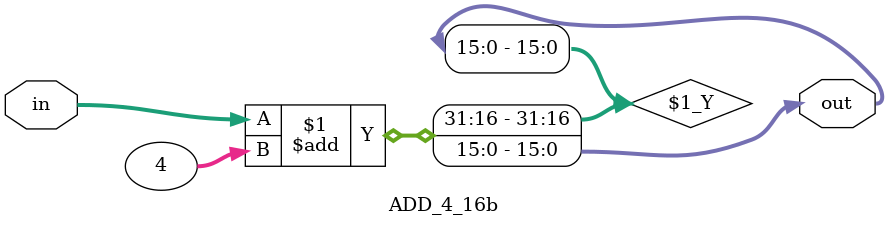
<source format=v>
module ADD_4_16b(
    output[15:0] out,
    input[15:0] in);

    assign out = in + 4;
endmodule

</source>
